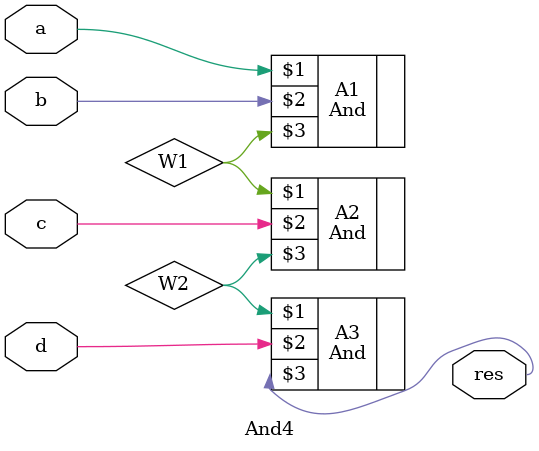
<source format=v>
module And4 (input a, b, c, d, output res);
    
    wire W1, W2;

    And A1(a, b, W1);
    And A2(W1, c, W2);
    And A3(W2, d, res);

endmodule
</source>
